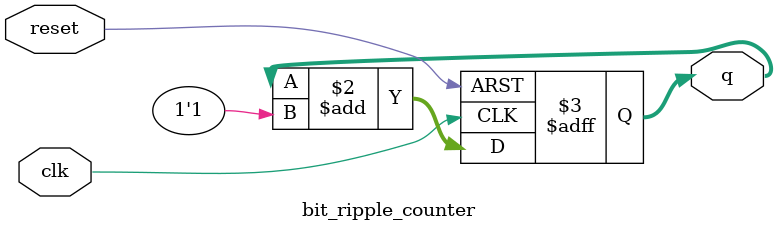
<source format=v>
module bit_ripple_counter (
    input  wire clk,
    input  wire reset,
    output reg [3:0] q
);

    always @(posedge clk or posedge reset) begin
        if (reset)
            q <= 4'b0000;
        else
            q <= q + 1'b1;   
    end

endmodule
</source>
